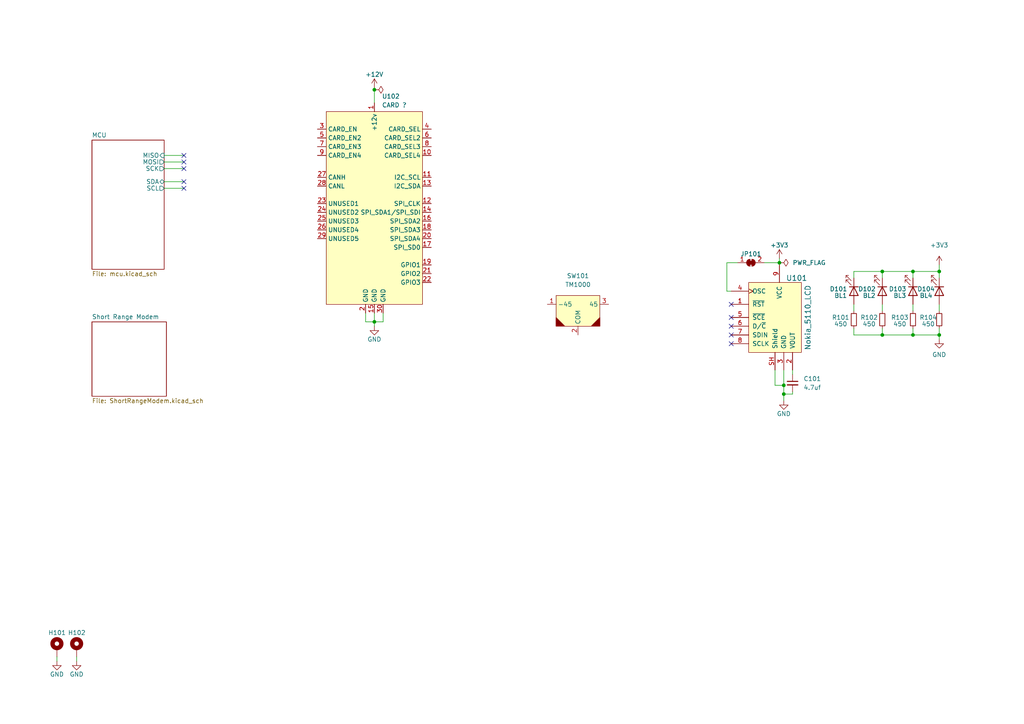
<source format=kicad_sch>
(kicad_sch (version 20230121) (generator eeschema)
  (paper "A4")
  (title_block (title "KIT Mainboard") (date "${ISSUE}") (rev "${REVISION}") (company "Kitsune Scientific"))
  (lib_symbols
    (symbol "Device:C_Small" (pin_numbers hide) (pin_names (offset 0.254) hide)
      (property "Reference" "C" (at 0.254 1.778 0))
      (property "Value" "C_Small" (at 0.254 -2.032 0))
      (symbol "C_Small_0_1"
        (polyline (pts (xy -1.524 -0.508) (xy 1.524 -0.508)) (stroke (width 0.3302)))
        (polyline (pts (xy -1.524 0.508) (xy 1.524 0.508)) (stroke (width 0.3048)))
      )
      (symbol "C_Small_1_1"
        (pin passive line (at 0 2.54 270) (length 2.032) (name "~") (number "1"))
        (pin passive line (at 0 -2.54 90) (length 2.032) (name "~") (number "2"))
      )
    )
    (symbol "Device:LED" (pin_numbers hide) (pin_names (offset 1.016) hide)
      (property "Reference" "D" (at 0 2.54 0))
      (property "Value" "LED" (at 0 -2.54 0))
      (symbol "LED_0_1"
        (polyline (pts (xy -1.27 -1.27) (xy -1.27 1.27)) (stroke (width 0.254)))
        (polyline (pts (xy -1.27 0) (xy 1.27 0)))
        (polyline (pts (xy 1.27 -1.27) (xy 1.27 1.27) (xy -1.27 0) (xy 1.27 -1.27)) (stroke (width 0.254)))
        (polyline (pts (xy -3.048 -0.762) (xy -4.572 -2.286) (xy -3.81 -2.286) (xy -4.572 -2.286) (xy -4.572 -1.524)))
        (polyline (pts (xy -1.778 -0.762) (xy -3.302 -2.286) (xy -2.54 -2.286) (xy -3.302 -2.286) (xy -3.302 -1.524)))
      )
      (symbol "LED_1_1"
        (pin passive line (at -3.81 0 0) (length 2.54) (name "K") (number "1"))
        (pin passive line (at 3.81 0 180) (length 2.54) (name "A") (number "2"))
      )
    )
    (symbol "Device:R_Small" (pin_numbers hide) (pin_names (offset 0.254) hide)
      (property "Reference" "R" (at 0.762 0.508 0))
      (property "Value" "R_Small" (at 0.762 -1.016 0))
      (symbol "R_Small_0_1"
        (rectangle (start -0.762 1.778) (end 0.762 -1.778) (stroke (width 0.2032)))
      )
      (symbol "R_Small_1_1"
        (pin passive line (at 0 2.54 270) (length 0.762) (name "~") (number "1"))
        (pin passive line (at 0 -2.54 90) (length 0.762) (name "~") (number "2"))
      )
    )
    (symbol "Jumper:SolderJumper_2_Bridged" (pin_names (offset 0) hide)
      (property "Reference" "JP" (at 0 2.032 0))
      (property "Value" "SolderJumper_2_Bridged" (at 0 -2.54 0))
      (symbol "SolderJumper_2_Bridged_0_1"
        (rectangle (start -0.508 0.508) (end 0.508 -0.508) (fill (type outline)))
        (arc (start -0.254 1.016) (mid -1.2656 0) (end -0.254 -1.016))
        (arc (start -0.254 1.016) (mid -1.2656 0) (end -0.254 -1.016) (fill (type outline)))
        (polyline (pts (xy -0.254 1.016) (xy -0.254 -1.016)))
        (polyline (pts (xy 0.254 1.016) (xy 0.254 -1.016)))
        (arc (start 0.254 -1.016) (mid 1.2656 0) (end 0.254 1.016))
        (arc (start 0.254 -1.016) (mid 1.2656 0) (end 0.254 1.016) (fill (type outline)))
      )
      (symbol "SolderJumper_2_Bridged_1_1"
        (pin passive line (at -3.81 0 0) (length 2.54) (name "A") (number "1"))
        (pin passive line (at 3.81 0 180) (length 2.54) (name "B") (number "2"))
      )
    )
    (symbol "KenwoodFox:KIT_CONNECTOR"
      (property "Reference" "U" (at 12.7 -41.91 0))
      (property "Value" "CARD ?" (at 10.16 16.51 0))
      (symbol "KIT_CONNECTOR_1_1"
        (rectangle (start -13.97 15.24) (end 13.97 -40.64) (fill (type background)))
        (pin power_out line (at 0 17.78 270) (length 2.54) (name "+12v") (number "1"))
        (pin unspecified line (at 16.51 2.54 180) (length 2.54) (name "CARD_SEL4") (number "10"))
        (pin unspecified line (at 16.51 -3.81 180) (length 2.54) (name "I2C_SCL") (number "11"))
        (pin unspecified line (at 16.51 -11.43 180) (length 2.54) (name "SPI_CLK") (number "12"))
        (pin unspecified line (at 16.51 -6.35 180) (length 2.54) (name "I2C_SDA") (number "13"))
        (pin unspecified line (at 16.51 -13.97 180) (length 2.54) (name "SPI_SDA1/SPI_SDI") (number "14"))
        (pin power_out line (at 0 -43.18 90) (length 2.54) (name "GND") (number "15"))
        (pin unspecified line (at 16.51 -16.51 180) (length 2.54) (name "SPI_SDA2") (number "16"))
        (pin unspecified line (at 16.51 -24.13 180) (length 2.54) (name "SPI_SD0") (number "17"))
        (pin unspecified line (at 16.51 -19.05 180) (length 2.54) (name "SPI_SDA3") (number "18"))
        (pin unspecified line (at 16.51 -29.21 180) (length 2.54) (name "GPIO1") (number "19"))
        (pin power_out line (at -2.54 -43.18 90) (length 2.54) (name "GND") (number "2"))
        (pin unspecified line (at 16.51 -21.59 180) (length 2.54) (name "SPI_SDA4") (number "20"))
        (pin unspecified line (at 16.51 -31.75 180) (length 2.54) (name "GPIO2") (number "21"))
        (pin unspecified line (at 16.51 -34.29 180) (length 2.54) (name "GPIO3") (number "22"))
        (pin unspecified line (at -16.51 -11.43 0) (length 2.54) (name "UNUSED1") (number "23"))
        (pin unspecified line (at -16.51 -13.97 0) (length 2.54) (name "UNUSED2") (number "24"))
        (pin unspecified line (at -16.51 -16.51 0) (length 2.54) (name "UNUSED3") (number "25"))
        (pin unspecified line (at -16.51 -19.05 0) (length 2.54) (name "UNUSED4") (number "26"))
        (pin unspecified line (at -16.51 -3.81 0) (length 2.54) (name "CANH") (number "27"))
        (pin unspecified line (at -16.51 -6.35 0) (length 2.54) (name "CANL") (number "28"))
        (pin unspecified line (at -16.51 -21.59 0) (length 2.54) (name "UNUSED5") (number "29"))
        (pin unspecified line (at -16.51 10.16 0) (length 2.54) (name "CARD_EN") (number "3"))
        (pin power_out line (at 2.54 -43.18 90) (length 2.54) (name "GND") (number "30"))
        (pin unspecified line (at 16.51 10.16 180) (length 2.54) (name "CARD_SEL") (number "4"))
        (pin unspecified line (at -16.51 7.62 0) (length 2.54) (name "CARD_EN2") (number "5"))
        (pin unspecified line (at 16.51 7.62 180) (length 2.54) (name "CARD_SEL2") (number "6"))
        (pin unspecified line (at -16.51 5.08 0) (length 2.54) (name "CARD_EN3") (number "7"))
        (pin unspecified line (at 16.51 5.08 180) (length 2.54) (name "CARD_SEL3") (number "8"))
        (pin unspecified line (at -16.51 2.54 0) (length 2.54) (name "CARD_EN4") (number "9"))
      )
    )
    (symbol "KenwoodFox:TM1000"
      (property "Reference" "SW" (at -5.08 5.08 0))
      (property "Value" "TM1000" (at 5.08 -6.35 0))
      (symbol "TM1000_0_1"
        (rectangle (start -6.35 3.81) (end 6.35 -5.08) (fill (type background)))
        (polyline (pts (xy 3.81 -5.08) (xy 6.35 -2.54) (xy 6.35 -5.08) (xy 3.81 -5.08)) (fill (type outline)))
        (polyline (pts (xy -6.35 -2.54) (xy -3.81 -5.08) (xy -6.35 -5.08) (xy -6.35 -2.54) (xy -5.08 -3.81)) (fill (type outline)))
      )
      (symbol "TM1000_1_1"
        (pin bidirectional line (at -8.89 1.27 0) (length 2.54) (name "-45") (number "1"))
        (pin bidirectional line (at 0 -7.62 90) (length 2.54) (name "COM") (number "2"))
        (pin bidirectional line (at 8.89 1.27 180) (length 2.54) (name "45") (number "3"))
      )
    )
    (symbol "Mechanical:MountingHole_Pad" (pin_numbers hide) (pin_names (offset 1.016) hide)
      (property "Reference" "H" (at 0 6.35 0))
      (property "Value" "MountingHole_Pad" (at 0 4.445 0))
      (symbol "MountingHole_Pad_0_1"
        (circle (center 0 1.27) (radius 1.27) (stroke (width 1.27)))
      )
      (symbol "MountingHole_Pad_1_1"
        (pin input line (at 0 -2.54 90) (length 2.54) (name "1") (number "1"))
      )
    )
    (symbol "nokia_5110-3310_lcd:Nokia_5110_LCD" (pin_names (offset 1.016))
      (property "Reference" "U?" (at -5.08 13.97 0))
      (property "Value" "Nokia_5110_LCD" (at 10.16 1.27 90))
      (symbol "Nokia_5110_LCD_0_1"
        (rectangle (start -6.35 11.43) (end 8.89 -8.89) (fill (type background)))
      )
      (symbol "Nokia_5110_LCD_1_1"
        (pin input line (at -11.43 5.08 0) (length 5.08) (name "~{RST}") (number "1"))
        (pin passive line (at 6.35 -13.97 90) (length 5.08) (name "VOUT") (number "2"))
        (pin power_in line (at 3.81 -13.97 90) (length 5.08) (name "GND") (number "3"))
        (pin input clock (at -11.43 8.89 0) (length 5.08) (name "OSC") (number "4"))
        (pin passive line (at -11.43 1.27 0) (length 5.08) (name "~{SCE}") (number "5"))
        (pin input line (at -11.43 -1.27 0) (length 5.08) (name "D/~{C}") (number "6"))
        (pin input line (at -11.43 -3.81 0) (length 5.08) (name "SDIN") (number "7"))
        (pin input line (at -11.43 -6.35 0) (length 5.08) (name "SCLK") (number "8"))
        (pin power_in line (at 2.54 16.51 270) (length 5.08) (name "VCC") (number "9"))
        (pin passive line (at 1.27 -13.97 90) (length 5.08) (name "Shield") (number "SH"))
      )
    )
    (symbol "power:+12V" (power) (pin_names (offset 0))
      (property "Value" "+12V" (at 0 3.556 0))
      (symbol "+12V_0_1"
        (polyline (pts (xy -0.762 1.27) (xy 0 2.54)))
        (polyline (pts (xy 0 0) (xy 0 2.54)))
        (polyline (pts (xy 0 2.54) (xy 0.762 1.27)))
      )
      (symbol "+12V_1_1"
        (pin power_in line (at 0 0 90) (length 0) hide (name "+12V") (number "1"))
      )
    )
    (symbol "power:+3V3" (power) (pin_names (offset 0))
      (property "Value" "+3V3" (at 0 3.556 0))
      (symbol "+3V3_0_1"
        (polyline (pts (xy -0.762 1.27) (xy 0 2.54)))
        (polyline (pts (xy 0 0) (xy 0 2.54)))
        (polyline (pts (xy 0 2.54) (xy 0.762 1.27)))
      )
      (symbol "+3V3_1_1"
        (pin power_in line (at 0 0 90) (length 0) hide (name "+3V3") (number "1"))
      )
    )
    (symbol "power:GND" (power) (pin_names (offset 0))
      (property "Value" "GND" (at 0 -3.81 0))
      (symbol "GND_0_1"
        (polyline (pts (xy 0 0) (xy 0 -1.27) (xy 1.27 -1.27) (xy 0 -2.54) (xy -1.27 -1.27) (xy 0 -1.27)))
      )
      (symbol "GND_1_1"
        (pin power_in line (at 0 0 270) (length 0) hide (name "GND") (number "1"))
      )
    )
    (symbol "power:PWR_FLAG" (power) (pin_numbers hide) (pin_names (offset 0) hide)
      (property "Value" "PWR_FLAG" (at 0 3.81 0))
      (symbol "PWR_FLAG_0_0"
        (pin power_out line (at 0 0 90) (length 0) (name "pwr") (number "1"))
      )
      (symbol "PWR_FLAG_0_1"
        (polyline (pts (xy 0 0) (xy 0 1.27) (xy -1.016 1.905) (xy 0 2.54) (xy 1.016 1.905) (xy 0 1.27)))
      )
    )
  )
  (junction (at 272.415 78.74))
  (junction (at 227.33 114.3))
  (junction (at 108.585 26.035))
  (junction (at 227.33 111.76))
  (junction (at 108.585 93.345))
  (junction (at 264.795 78.74))
  (junction (at 226.06 76.2))
  (junction (at 264.795 97.155))
  (junction (at 255.905 97.155))
  (junction (at 272.415 97.155))
  (junction (at 255.905 78.74))
  (no_connect (at 212.09 97.155))
  (no_connect (at 53.34 46.99))
  (no_connect (at 53.34 54.61))
  (no_connect (at 212.09 92.075))
  (no_connect (at 212.09 94.615))
  (no_connect (at 212.09 88.265))
  (no_connect (at 53.34 52.705))
  (no_connect (at 212.09 99.695))
  (no_connect (at 53.34 45.085))
  (no_connect (at 53.34 48.895))
  (wire (pts (xy 221.615 76.2) (xy 226.06 76.2)))
  (wire (pts (xy 108.585 90.805) (xy 108.585 93.345)))
  (wire (pts (xy 212.09 84.455) (xy 210.82 84.455)))
  (wire (pts (xy 272.415 95.25) (xy 272.415 97.155)))
  (wire (pts (xy 111.125 93.345) (xy 111.125 90.805)))
  (wire (pts (xy 47.625 52.705) (xy 53.34 52.705)))
  (wire (pts (xy 210.82 76.2) (xy 213.995 76.2)))
  (wire (pts (xy 16.51 190.5) (xy 16.51 191.77)))
  (wire (pts (xy 106.045 93.345) (xy 106.045 90.805)))
  (wire (pts (xy 264.795 88.265) (xy 264.795 90.17)))
  (wire (pts (xy 224.79 107.315) (xy 224.79 111.76)))
  (wire (pts (xy 247.65 78.74) (xy 255.905 78.74)))
  (wire (pts (xy 224.79 111.76) (xy 227.33 111.76)))
  (wire (pts (xy 255.905 97.155) (xy 264.795 97.155)))
  (wire (pts (xy 47.625 46.99) (xy 53.34 46.99)))
  (wire (pts (xy 226.06 76.2) (xy 226.06 76.835)))
  (wire (pts (xy 272.415 88.265) (xy 272.415 90.17)))
  (wire (pts (xy 47.625 54.61) (xy 53.34 54.61)))
  (wire (pts (xy 22.225 190.5) (xy 22.225 191.77)))
  (wire (pts (xy 255.905 95.25) (xy 255.905 97.155)))
  (wire (pts (xy 108.585 93.345) (xy 106.045 93.345)))
  (wire (pts (xy 210.82 84.455) (xy 210.82 76.2)))
  (wire (pts (xy 272.415 78.74) (xy 272.415 80.645)))
  (wire (pts (xy 229.87 107.315) (xy 229.87 108.585)))
  (wire (pts (xy 108.585 25.4) (xy 108.585 26.035)))
  (wire (pts (xy 255.905 78.74) (xy 264.795 78.74)))
  (wire (pts (xy 226.06 74.93) (xy 226.06 76.2)))
  (wire (pts (xy 264.795 78.74) (xy 272.415 78.74)))
  (wire (pts (xy 272.415 98.425) (xy 272.415 97.155)))
  (wire (pts (xy 47.625 48.895) (xy 53.34 48.895)))
  (wire (pts (xy 227.33 111.76) (xy 227.33 114.3)))
  (wire (pts (xy 272.415 78.74) (xy 272.415 76.835)))
  (wire (pts (xy 227.33 114.3) (xy 227.33 116.205)))
  (wire (pts (xy 108.585 93.345) (xy 111.125 93.345)))
  (wire (pts (xy 247.65 95.25) (xy 247.65 97.155)))
  (wire (pts (xy 255.905 88.265) (xy 255.905 90.17)))
  (wire (pts (xy 255.905 78.74) (xy 255.905 80.645)))
  (wire (pts (xy 247.65 80.645) (xy 247.65 78.74)))
  (wire (pts (xy 229.87 114.3) (xy 227.33 114.3)))
  (wire (pts (xy 264.795 95.25) (xy 264.795 97.155)))
  (wire (pts (xy 264.795 78.74) (xy 264.795 80.645)))
  (wire (pts (xy 108.585 26.035) (xy 108.585 29.845)))
  (wire (pts (xy 247.65 97.155) (xy 255.905 97.155)))
  (wire (pts (xy 227.33 107.315) (xy 227.33 111.76)))
  (wire (pts (xy 108.585 94.615) (xy 108.585 93.345)))
  (wire (pts (xy 47.625 45.085) (xy 53.34 45.085)))
  (wire (pts (xy 247.65 88.265) (xy 247.65 90.17)))
  (wire (pts (xy 229.87 113.665) (xy 229.87 114.3)))
  (wire (pts (xy 264.795 97.155) (xy 272.415 97.155)))
  (symbol (lib_id "Device:LED") (at 272.415 84.455 270) (unit 1)
    (property "Reference" "D104" (at 268.605 83.82 90))
    (property "Value" "BL4" (at 268.605 85.725 90))
    (property "Footprint" "LED_SMD:LED_0805_2012Metric" (effects hide))
  )
  (symbol (lib_id "power:GND") (at 108.585 94.615 0) (unit 1)
    (property "Reference" "#PWR0107" (effects hide))
    (property "Value" "GND" (at 108.585 98.425 0))
  )
  (symbol (lib_id "power:+12V") (at 108.585 25.4 0) (unit 1)
    (property "Reference" "#PWR0106" (effects hide))
    (property "Value" "+12V" (at 108.585 21.59 0))
  )
  (symbol (lib_id "power:GND") (at 16.51 191.77 0) (unit 1)
    (property "Reference" "#PWR0105" (effects hide))
    (property "Value" "GND" (at 16.51 195.58 0))
  )
  (symbol (lib_id "Device:R_Small") (at 264.795 92.71 180) (unit 1)
    (property "Reference" "R103" (at 260.985 92.075 0))
    (property "Value" "450" (at 260.985 93.98 0))
    (property "Footprint" "Resistor_SMD:R_0805_2012Metric" (effects hide))
  )
  (symbol (lib_id "nokia_5110-3310_lcd:Nokia_5110_LCD") (at 223.52 93.345 0) (unit 1)
    (property "Reference" "U101" (at 227.965 80.645 0) (effects (font (size 1.524 1.524)) (justify left)))
    (property "Value" "Nokia_5110_LCD" (at 234.315 101.6 90) (effects (font (size 1.524 1.524)) (justify left)))
    (property "Footprint" "Nokia_5110-3310_LCD:Nokia_5110-3310_LCD" (effects hide))
    (property "Resources" "https://mcuoneclipse.com/2012/12/16/zero-cost-84x48-graphical-lcd-for-the-freedom-board/" (effects hide))
  )
  (symbol (lib_id "power:+3V3") (at 272.415 76.835 0) (unit 1)
    (property "Reference" "#PWR0103" (effects hide))
    (property "Value" "+3V3" (at 272.415 71.12 0))
  )
  (symbol (lib_id "Device:R_Small") (at 255.905 92.71 180) (unit 1)
    (property "Reference" "R102" (at 252.095 92.075 0))
    (property "Value" "450" (at 252.095 93.98 0))
    (property "Footprint" "Resistor_SMD:R_0805_2012Metric" (effects hide))
  )
  (symbol (lib_id "Device:C_Small") (at 229.87 111.125 0) (unit 1)
    (property "Reference" "C101" (at 233.045 109.8612 0) (effects (justify left)))
    (property "Value" "4.7uf" (at 233.045 112.4012 0) (effects (justify left)))
    (property "Footprint" "Capacitor_SMD:C_0805_2012Metric" (effects hide))
  )
  (symbol (lib_id "Device:R_Small") (at 272.415 92.71 180) (unit 1)
    (property "Reference" "R104" (at 269.24 92.075 0))
    (property "Value" "450" (at 269.24 93.98 0))
    (property "Footprint" "Resistor_SMD:R_0805_2012Metric" (effects hide))
  )
  (symbol (lib_id "power:+3V3") (at 226.06 74.93 0) (unit 1)
    (property "Reference" "#PWR0101" (effects hide))
    (property "Value" "+3V3" (at 226.06 71.12 0))
  )
  (symbol (lib_id "power:GND") (at 227.33 116.205 0) (unit 1)
    (property "Reference" "#PWR0102" (effects hide))
    (property "Value" "GND" (at 227.33 120.015 0))
  )
  (symbol (lib_id "power:PWR_FLAG") (at 108.585 26.035 270) (unit 1)
    (property "Reference" "#FLG0104" (effects hide))
    (property "Value" "PWR_FLAG" (effects hide))
  )
  (symbol (lib_id "KenwoodFox:TM1000") (at 167.64 89.535 0) (unit 1)
    (property "Reference" "SW101" (at 167.64 80.01 0))
    (property "Value" "TM1000" (at 167.64 82.55 0))
    (property "Footprint" "KenwoodFox:TM1000" (effects hide))
    (property "Datasheet" "https://sten-eswitch-13110800-production.s3.amazonaws.com/system/asset/product_line/data_sheet/128/TM1000.pdf" (effects hide))
    (property "Digikey" "https://www.digikey.com/en/products/detail/e-switch/TM1000Q/2541277" (effects hide))
  )
  (symbol (lib_id "Jumper:SolderJumper_2_Bridged") (at 217.805 76.2 0) (unit 1)
    (property "Reference" "JP101" (at 217.805 73.66 0))
    (property "Value" "SolderJumper_2_Bridged" (effects hide))
    (property "Footprint" "Jumper:SolderJumper-2_P1.3mm_Bridged_Pad1.0x1.5mm" (effects hide))
  )
  (symbol (lib_id "Device:LED") (at 264.795 84.455 270) (unit 1)
    (property "Reference" "D103" (at 260.35 83.82 90))
    (property "Value" "BL3" (at 260.985 85.725 90))
    (property "Footprint" "LED_SMD:LED_0805_2012Metric" (effects hide))
  )
  (symbol (lib_id "Device:LED") (at 247.65 84.455 270) (unit 1)
    (property "Reference" "D101" (at 243.205 83.82 90))
    (property "Value" "BL1" (at 243.84 85.725 90))
    (property "Footprint" "LED_SMD:LED_0805_2012Metric" (effects hide))
  )
  (symbol (lib_id "Mechanical:MountingHole_Pad") (at 22.225 187.96 0) (unit 1)
    (property "Reference" "H102" (at 19.685 183.515 0) (effects (justify left)))
    (property "Value" "MountingHole_Pad" (effects hide))
    (property "Footprint" "MountingHole:MountingHole_2.5mm_Pad_TopBottom" (effects hide))
  )
  (symbol (lib_id "KenwoodFox:KIT_CONNECTOR") (at 108.585 47.625 0) (unit 1)
    (property "Reference" "U102" (at 110.7791 27.94 0) (effects (justify left)))
    (property "Value" "CARD ?" (at 110.7791 30.48 0) (effects (justify left)))
    (property "Footprint" "KenwoodFox:Lewis_Card_Connector" (effects hide))
  )
  (symbol (lib_id "Device:R_Small") (at 247.65 92.71 180) (unit 1)
    (property "Reference" "R101" (at 243.84 92.075 0))
    (property "Value" "450" (at 243.84 93.98 0))
    (property "Footprint" "Resistor_SMD:R_0805_2012Metric" (effects hide))
  )
  (symbol (lib_id "Mechanical:MountingHole_Pad") (at 16.51 187.96 0) (unit 1)
    (property "Reference" "H101" (at 13.97 183.515 0) (effects (justify left)))
    (property "Value" "MountingHole_Pad" (effects hide))
    (property "Footprint" "MountingHole:MountingHole_2.5mm_Pad_TopBottom" (effects hide))
  )
  (symbol (lib_id "power:PWR_FLAG") (at 226.06 76.2 270) (unit 1)
    (property "Reference" "#FLG0101" (effects hide))
    (property "Value" "PWR_FLAG" (at 229.87 76.1999 90) (effects (justify left)))
  )
  (symbol (lib_id "power:GND") (at 272.415 98.425 0) (unit 1)
    (property "Reference" "#PWR0104" (effects hide))
    (property "Value" "GND" (at 272.415 102.87 0))
  )
  (symbol (lib_id "power:GND") (at 22.225 191.77 0) (unit 1)
    (property "Reference" "#PWR0109" (effects hide))
    (property "Value" "GND" (at 22.225 195.58 0))
  )
  (symbol (lib_id "Device:LED") (at 255.905 84.455 270) (unit 1)
    (property "Reference" "D102" (at 251.46 83.82 90))
    (property "Value" "BL2" (at 252.095 85.725 90))
    (property "Footprint" "LED_SMD:LED_0805_2012Metric" (effects hide))
  )
  (sheet (at 26.67 40.64) (size 20.955 37.465) (stroke (width 0.1524))
    (property "Sheetname" "MCU" (at 26.67 39.9284 0) (effects (justify left bottom)))
    (property "Sheetfile" "mcu.kicad_sch" (at 26.67 78.6896 0) (effects (justify left top)))
    (pin "MOSI" output (at 47.625 46.99 0))
    (pin "SCK" output (at 47.625 48.895 0))
    (pin "MISO" input (at 47.625 45.085 0))
    (pin "SDA" bidirectional (at 47.625 52.705 0))
    (pin "SCL" output (at 47.625 54.61 0))
  )
  (sheet (at 26.67 93.345) (size 21.59 21.59) (stroke (width 0.1524))
    (property "Sheetname" "Short Range Modem" (at 26.67 92.6334 0) (effects (justify left bottom)))
    (property "Sheetfile" "ShortRangeModem.kicad_sch" (at 26.67 115.5196 0) (effects (justify left top)))
  )
)
</source>
